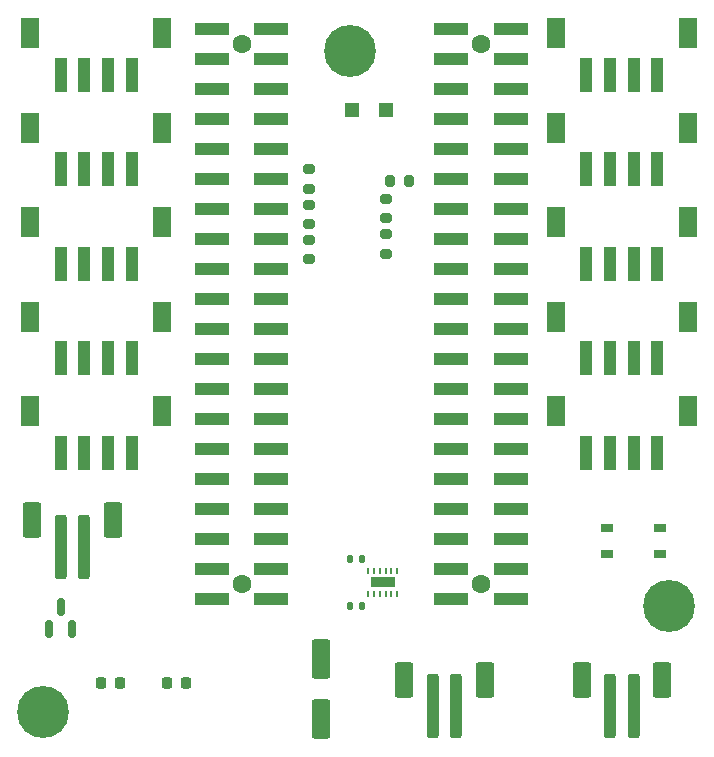
<source format=gts>
%TF.GenerationSoftware,KiCad,Pcbnew,9.0.3*%
%TF.CreationDate,2025-07-11T07:37:11+02:00*%
%TF.ProjectId,fredo,66726564-6f2e-46b6-9963-61645f706362,rev?*%
%TF.SameCoordinates,Original*%
%TF.FileFunction,Soldermask,Top*%
%TF.FilePolarity,Negative*%
%FSLAX46Y46*%
G04 Gerber Fmt 4.6, Leading zero omitted, Abs format (unit mm)*
G04 Created by KiCad (PCBNEW 9.0.3) date 2025-07-11 07:37:11*
%MOMM*%
%LPD*%
G01*
G04 APERTURE LIST*
G04 Aperture macros list*
%AMRoundRect*
0 Rectangle with rounded corners*
0 $1 Rounding radius*
0 $2 $3 $4 $5 $6 $7 $8 $9 X,Y pos of 4 corners*
0 Add a 4 corners polygon primitive as box body*
4,1,4,$2,$3,$4,$5,$6,$7,$8,$9,$2,$3,0*
0 Add four circle primitives for the rounded corners*
1,1,$1+$1,$2,$3*
1,1,$1+$1,$4,$5*
1,1,$1+$1,$6,$7*
1,1,$1+$1,$8,$9*
0 Add four rect primitives between the rounded corners*
20,1,$1+$1,$2,$3,$4,$5,0*
20,1,$1+$1,$4,$5,$6,$7,0*
20,1,$1+$1,$6,$7,$8,$9,0*
20,1,$1+$1,$8,$9,$2,$3,0*%
G04 Aperture macros list end*
%ADD10C,1.600000*%
%ADD11R,3.000000X1.000000*%
%ADD12RoundRect,0.150000X0.150000X-0.587500X0.150000X0.587500X-0.150000X0.587500X-0.150000X-0.587500X0*%
%ADD13RoundRect,0.200000X-0.275000X0.200000X-0.275000X-0.200000X0.275000X-0.200000X0.275000X0.200000X0*%
%ADD14RoundRect,0.218750X-0.218750X-0.256250X0.218750X-0.256250X0.218750X0.256250X-0.218750X0.256250X0*%
%ADD15RoundRect,0.200000X0.200000X0.275000X-0.200000X0.275000X-0.200000X-0.275000X0.200000X-0.275000X0*%
%ADD16R,1.200000X1.200000*%
%ADD17R,1.000000X3.000000*%
%ADD18R,1.550000X2.600000*%
%ADD19R,0.990600X0.711200*%
%ADD20R,0.249999X0.499999*%
%ADD21R,2.000001X0.900001*%
%ADD22RoundRect,0.250000X-0.250000X-2.500000X0.250000X-2.500000X0.250000X2.500000X-0.250000X2.500000X0*%
%ADD23RoundRect,0.250000X-0.550000X-1.250000X0.550000X-1.250000X0.550000X1.250000X-0.550000X1.250000X0*%
%ADD24C,4.400000*%
%ADD25RoundRect,0.140000X-0.140000X-0.170000X0.140000X-0.170000X0.140000X0.170000X-0.140000X0.170000X0*%
%ADD26RoundRect,0.250000X-0.550000X1.412500X-0.550000X-1.412500X0.550000X-1.412500X0.550000X1.412500X0*%
G04 APERTURE END LIST*
D10*
%TO.C,J1*%
X20820000Y-5370000D03*
X20820000Y-51090000D03*
D11*
X23340000Y-4100000D03*
X18300000Y-4100000D03*
X23340000Y-6640000D03*
X18300000Y-6640000D03*
X23340000Y-9180000D03*
X18300000Y-9180000D03*
X23340000Y-11720000D03*
X18300000Y-11720000D03*
X23340000Y-14260000D03*
X18300000Y-14260000D03*
X23340000Y-16800000D03*
X18300000Y-16800000D03*
X23340000Y-19340000D03*
X18300000Y-19340000D03*
X23340000Y-21880000D03*
X18300000Y-21880000D03*
X23340000Y-24420000D03*
X18300000Y-24420000D03*
X23340000Y-26960000D03*
X18300000Y-26960000D03*
X23340000Y-29500000D03*
X18300000Y-29500000D03*
X23340000Y-32040000D03*
X18300000Y-32040000D03*
X23340000Y-34580000D03*
X18300000Y-34580000D03*
X23340000Y-37120000D03*
X18300000Y-37120000D03*
X23340000Y-39660000D03*
X18300000Y-39660000D03*
X23340000Y-42200000D03*
X18300000Y-42200000D03*
X23340000Y-44740000D03*
X18300000Y-44740000D03*
X23340000Y-47280000D03*
X18300000Y-47280000D03*
X23340000Y-49820000D03*
X18300000Y-49820000D03*
X23340000Y-52360000D03*
X18300000Y-52360000D03*
%TD*%
D10*
%TO.C,J2*%
X41100000Y-5370000D03*
X41100000Y-51090000D03*
D11*
X43620000Y-4100000D03*
X38580000Y-4100000D03*
X43620000Y-6640000D03*
X38580000Y-6640000D03*
X43620000Y-9180000D03*
X38580000Y-9180000D03*
X43620000Y-11720000D03*
X38580000Y-11720000D03*
X43620000Y-14260000D03*
X38580000Y-14260000D03*
X43620000Y-16800000D03*
X38580000Y-16800000D03*
X43620000Y-19340000D03*
X38580000Y-19340000D03*
X43620000Y-21880000D03*
X38580000Y-21880000D03*
X43620000Y-24420000D03*
X38580000Y-24420000D03*
X43620000Y-26960000D03*
X38580000Y-26960000D03*
X43620000Y-29500000D03*
X38580000Y-29500000D03*
X43620000Y-32040000D03*
X38580000Y-32040000D03*
X43620000Y-34580000D03*
X38580000Y-34580000D03*
X43620000Y-37120000D03*
X38580000Y-37120000D03*
X43620000Y-39660000D03*
X38580000Y-39660000D03*
X43620000Y-42200000D03*
X38580000Y-42200000D03*
X43620000Y-44740000D03*
X38580000Y-44740000D03*
X43620000Y-47280000D03*
X38580000Y-47280000D03*
X43620000Y-49820000D03*
X38580000Y-49820000D03*
X43620000Y-52360000D03*
X38580000Y-52360000D03*
%TD*%
D12*
%TO.C,Q1*%
X4550000Y-54937500D03*
X6450000Y-54937500D03*
X5500000Y-53062500D03*
%TD*%
D13*
%TO.C,R5*%
X33000000Y-20150000D03*
X33000000Y-18500000D03*
%TD*%
D14*
%TO.C,D2*%
X10500000Y-59500000D03*
X8925000Y-59500000D03*
%TD*%
D13*
%TO.C,R1*%
X26500000Y-17650000D03*
X26500000Y-16000000D03*
%TD*%
%TO.C,R2*%
X26500000Y-20650000D03*
X26500000Y-19000000D03*
%TD*%
D15*
%TO.C,R4*%
X33350000Y-17000000D03*
X35000000Y-17000000D03*
%TD*%
D13*
%TO.C,R3*%
X26500000Y-23650000D03*
X26500000Y-22000000D03*
%TD*%
D14*
%TO.C,D3*%
X16075000Y-59500000D03*
X14500000Y-59500000D03*
%TD*%
D13*
%TO.C,R6*%
X33000000Y-23150000D03*
X33000000Y-21500000D03*
%TD*%
D16*
%TO.C,D1*%
X33000000Y-11000000D03*
X30200000Y-11000000D03*
%TD*%
D17*
%TO.C,A1*%
X50000000Y-32000000D03*
X52000000Y-32000000D03*
X54000000Y-32000000D03*
X56000000Y-32000000D03*
D18*
X47425000Y-28510840D03*
X58575000Y-28510840D03*
%TD*%
D19*
%TO.C,SW1*%
X51749999Y-46425001D03*
X56250001Y-46425001D03*
X51749999Y-48574999D03*
X56250001Y-48574999D03*
%TD*%
D20*
%TO.C,U1*%
X31500000Y-51950001D03*
X32000002Y-51950001D03*
X32500000Y-51950001D03*
X33000000Y-51950001D03*
X33500001Y-51950001D03*
X34000000Y-51950001D03*
X34000000Y-50050002D03*
X33500001Y-50050002D03*
X33000000Y-50050002D03*
X32500000Y-50050002D03*
X32000002Y-50050002D03*
X31500000Y-50050002D03*
D21*
X32750000Y-51000000D03*
%TD*%
D22*
%TO.C,MotL1*%
X37000000Y-61500000D03*
X39000000Y-61500000D03*
D23*
X34600000Y-59250000D03*
X41400000Y-59250000D03*
%TD*%
D24*
%TO.C,H3*%
X57000000Y-53000000D03*
%TD*%
D17*
%TO.C,D20*%
X5500000Y-40000000D03*
X7500000Y-40000000D03*
X9500000Y-40000000D03*
X11500000Y-40000000D03*
D18*
X2925000Y-36510840D03*
X14075000Y-36510840D03*
%TD*%
D17*
%TO.C,I2C1*%
X50000000Y-16000000D03*
X52000000Y-16000000D03*
X54000000Y-16000000D03*
X56000000Y-16000000D03*
D18*
X47425000Y-12510840D03*
X58575000Y-12510840D03*
%TD*%
D17*
%TO.C,A2*%
X50000000Y-40000000D03*
X52000000Y-40000000D03*
X54000000Y-40000000D03*
X56000000Y-40000000D03*
D18*
X47425000Y-36510840D03*
X58575000Y-36510840D03*
%TD*%
D24*
%TO.C,H2*%
X4000000Y-62000000D03*
%TD*%
D22*
%TO.C,BAT0*%
X5500000Y-48000000D03*
X7500000Y-48000000D03*
D23*
X3100000Y-45750000D03*
X9900000Y-45750000D03*
%TD*%
D17*
%TO.C,UART1*%
X5500000Y-16000000D03*
X7500000Y-16000000D03*
X9500000Y-16000000D03*
X11500000Y-16000000D03*
D18*
X2925000Y-12510840D03*
X14075000Y-12510840D03*
%TD*%
D17*
%TO.C,I2C0*%
X50000000Y-8000000D03*
X52000000Y-8000000D03*
X54000000Y-8000000D03*
X56000000Y-8000000D03*
D18*
X47425000Y-4510840D03*
X58575000Y-4510840D03*
%TD*%
D22*
%TO.C,MotR1*%
X52000000Y-61500000D03*
X54000000Y-61500000D03*
D23*
X49600000Y-59250000D03*
X56400000Y-59250000D03*
%TD*%
D25*
%TO.C,C2*%
X30020000Y-49000000D03*
X30980000Y-49000000D03*
%TD*%
D17*
%TO.C,A0*%
X50000000Y-24000000D03*
X52000000Y-24000000D03*
X54000000Y-24000000D03*
X56000000Y-24000000D03*
D18*
X47425000Y-20510840D03*
X58575000Y-20510840D03*
%TD*%
D17*
%TO.C,D18*%
X5500000Y-32000000D03*
X7500000Y-32000000D03*
X9500000Y-32000000D03*
X11500000Y-32000000D03*
D18*
X2925000Y-28510840D03*
X14075000Y-28510840D03*
%TD*%
D26*
%TO.C,C3*%
X27500000Y-57462500D03*
X27500000Y-62537500D03*
%TD*%
D17*
%TO.C,UART0*%
X5500000Y-8000000D03*
X7500000Y-8000000D03*
X9500000Y-8000000D03*
X11500000Y-8000000D03*
D18*
X2925000Y-4510840D03*
X14075000Y-4510840D03*
%TD*%
D24*
%TO.C,H1*%
X30000000Y-6000000D03*
%TD*%
D25*
%TO.C,C1*%
X30020000Y-53000000D03*
X30980000Y-53000000D03*
%TD*%
D17*
%TO.C,D16*%
X5500000Y-24000000D03*
X7500000Y-24000000D03*
X9500000Y-24000000D03*
X11500000Y-24000000D03*
D18*
X2925000Y-20510840D03*
X14075000Y-20510840D03*
%TD*%
M02*

</source>
